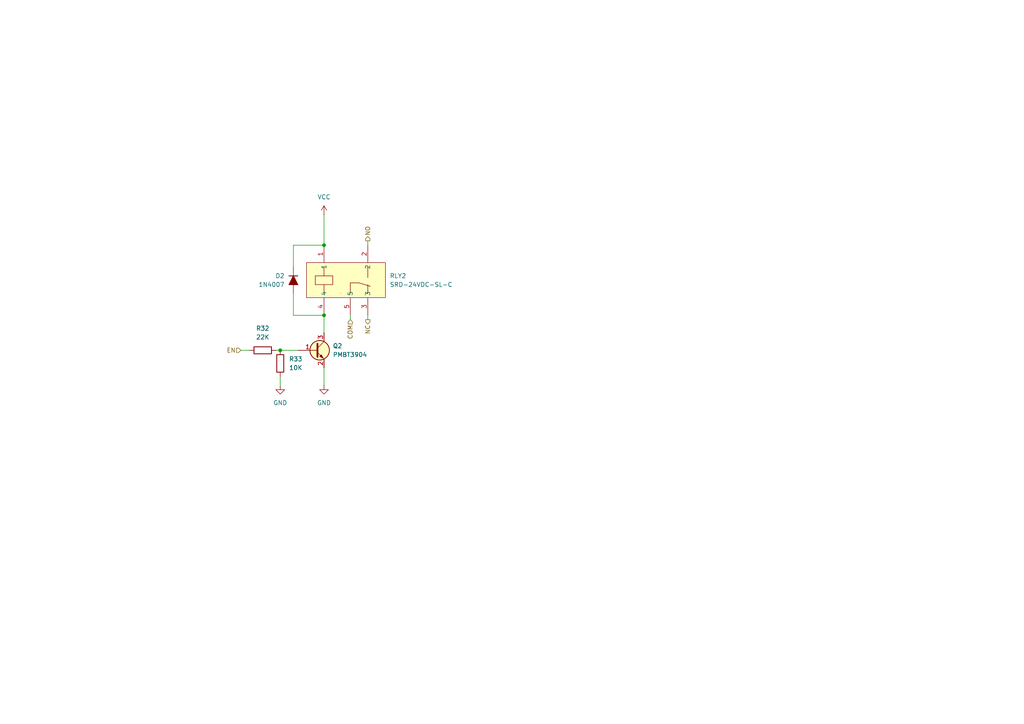
<source format=kicad_sch>
(kicad_sch (version 20250114) (generator "eeschema") (generator_version "9.0")
  (paper "A4")
  (lib_symbols
    (symbol "PCM_Diode_AKL:1N4007" (pin_numbers (hide yes)) (pin_names (offset 1.016) (hide yes))
      (property "Reference" "D" (at 0 5.08 0))
      (property "Value" "1N4007" (at 0 2.54 0))
      (symbol "1N4007_0_1"
        (polyline (pts (xy -1.27 1.27) (xy -1.27 -1.27) (xy 1.27 0) (xy -1.27 1.27)) (stroke (width 0.254)) (fill (type outline)))
        (polyline (pts (xy -1.27 0) (xy 1.27 0)))
        (polyline (pts (xy 1.27 1.27) (xy 1.27 -1.27)) (stroke (width 0.254)))
      )
      (symbol "1N4007_0_2"
        (polyline (pts (xy -2.54 -2.54) (xy 2.54 2.54)))
        (polyline (pts (xy -0.889 -0.889) (xy -1.778 0) (xy 0.889 0.889) (xy 0 -1.778) (xy -0.889 -0.889)) (stroke (width 0.254)) (fill (type outline)))
        (polyline (pts (xy 0 1.778) (xy 1.778 0)) (stroke (width 0.254)))
      )
      (symbol "1N4007_1_1"
        (pin passive line (at -3.81 0 0) (length 2.54) (name "A") (number "2"))
        (pin passive line (at 3.81 0 180) (length 2.54) (name "K") (number "1"))
      )
      (symbol "1N4007_1_2"
        (pin passive line (at -2.54 -2.54 0) (length 0) (name "A") (number "2"))
        (pin passive line (at 2.54 2.54 180) (length 0) (name "K") (number "1"))
      )
    )
    (symbol "PCM_Resistor_AKL:R_0603" (pin_numbers (hide yes)) (pin_names (offset 0))
      (property "Reference" "R" (at 2.54 1.27 0))
      (property "Value" "R_0603" (at 2.54 -1.27 0))
      (symbol "R_0603_0_1"
        (rectangle (start -1.016 2.54) (end 1.016 -2.54) (stroke (width 0.254)))
      )
      (symbol "R_0603_0_2"
        (polyline (pts (xy -2.54 -2.54) (xy -1.524 -1.524)))
        (polyline (pts (xy 1.524 1.524) (xy 2.54 2.54)))
        (polyline (pts (xy 1.524 1.524) (xy 0.889 2.159) (xy -2.159 -0.889) (xy -0.889 -2.159) (xy 2.159 0.889) (xy 1.524 1.524)) (stroke (width 0.254)))
      )
      (symbol "R_0603_1_1"
        (pin passive line (at 0 3.81 270) (length 1.27) (name "~") (number "1"))
        (pin passive line (at 0 -3.81 90) (length 1.27) (name "~") (number "2"))
      )
      (symbol "R_0603_1_2"
        (pin passive line (at -2.54 -2.54 0) (length 0) (name "") (number "2"))
        (pin passive line (at 2.54 2.54 180) (length 0) (name "") (number "1"))
      )
    )
    (symbol "PCM_Transistor_BJT_AKL:PMBT3904" (pin_names (hide yes))
      (property "Reference" "Q" (at 5.08 1.27 0))
      (property "Value" "PMBT3904" (at 5.08 -1.27 0))
      (symbol "PMBT3904_0_1"
        (polyline (pts (xy 0.635 1.905) (xy 0.635 -1.905) (xy 0.635 -1.905)) (stroke (width 0.508)))
        (polyline (pts (xy 0.635 0.635) (xy 2.54 2.54)))
        (polyline (pts (xy 0.635 -0.635) (xy 2.54 -2.54) (xy 2.54 -2.54)))
        (circle (center 1.27 0) (radius 2.8194) (stroke (width 0.254)) (fill (type background)))
        (polyline (pts (xy 1.27 -1.778) (xy 1.778 -1.27) (xy 2.286 -2.286) (xy 1.27 -1.778) (xy 1.27 -1.778)) (fill (type outline)))
      )
      (symbol "PMBT3904_1_1"
        (pin input line (at -5.08 0 0) (length 5.715) (name "B") (number "1"))
        (pin passive line (at 2.54 5.08 270) (length 2.54) (name "C") (number "3"))
        (pin passive line (at 2.54 -5.08 90) (length 2.54) (name "E") (number "2"))
      )
    )
    (symbol "easyeda2kicad:SRD-24VDC-SL-C"
      (property "Reference" "RLY" (at 0 11.43 0))
      (property "Value" "SRD-24VDC-SL-C" (at 0 -11.43 0))
      (symbol "SRD-24VDC-SL-C_0_1"
        (rectangle (start -5.08 11.43) (end 5.08 -11.43) (fill (type background)))
        (polyline (pts (xy -3.81 6.35) (xy -0.76 6.35)))
        (arc (start -3.81 6.1) (mid -3.81 6.1) (end -3.81 6.1))
        (polyline (pts (xy -3.81 -6.35) (xy -1.27 -6.35)))
        (arc (start -3.81 -6.6) (mid -3.81 -6.6) (end -3.81 -6.6))
        (polyline (pts (xy 0.76 3.81) (xy 1.78 7.11)))
        (polyline (pts (xy 1.27 -6.35) (xy 3.81 -6.35)))
        (polyline (pts (xy 1.27 -8.89) (xy -1.27 -8.89) (xy -1.27 -3.81) (xy 1.27 -3.81) (xy 1.27 -8.89)) (fill (type background)))
        (polyline (pts (xy 3.81 6.35) (xy 1.27 6.35)))
        (arc (start 3.81 6.1) (mid 3.81 6.1) (end 3.81 6.1))
        (polyline (pts (xy 3.81 1.27) (xy 0.76 1.27) (xy 0.76 3.81)))
        (arc (start 3.81 -1.52) (mid 3.81 -1.52) (end 3.81 -1.52))
        (arc (start 3.81 -6.6) (mid 3.81 -6.6) (end 3.81 -6.6))
        (pin input line (at -10.16 6.35 0) (length 5.08) (name "2") (number "2"))
        (pin input line (at -10.16 -6.35 0) (length 5.08) (name "1") (number "1"))
        (pin input line (at 10.16 6.35 180) (length 5.08) (name "3") (number "3"))
        (pin input line (at 10.16 1.27 180) (length 5.08) (name "5") (number "5"))
        (pin input line (at 10.16 -6.35 180) (length 5.08) (name "4") (number "4"))
      )
    )
    (symbol "power:GND" (power) (pin_numbers (hide yes)) (pin_names (offset 0) (hide yes))
      (property "Value" "GND" (at 0 -3.81 0))
      (symbol "GND_0_1"
        (polyline (pts (xy 0 0) (xy 0 -1.27) (xy 1.27 -1.27) (xy 0 -2.54) (xy -1.27 -1.27) (xy 0 -1.27)))
      )
      (symbol "GND_1_1"
        (pin power_in line (at 0 0 270) (length 0) (name "~") (number "1"))
      )
    )
    (symbol "power:VCC" (power) (pin_numbers (hide yes)) (pin_names (offset 0) (hide yes))
      (property "Value" "VCC" (at 0 3.556 0))
      (symbol "VCC_0_1"
        (polyline (pts (xy -0.762 1.27) (xy 0 2.54)))
        (polyline (pts (xy 0 2.54) (xy 0.762 1.27)))
        (polyline (pts (xy 0 0) (xy 0 2.54)))
      )
      (symbol "VCC_1_1"
        (pin power_in line (at 0 0 90) (length 0) (name "~") (number "1"))
      )
    )
  )
  (junction (at 93.98 91.44))
  (junction (at 81.28 101.6))
  (junction (at 93.98 71.12))
  (wire (pts (xy 85.09 77.47) (xy 85.09 71.12)))
  (wire (pts (xy 106.68 69.85) (xy 106.68 71.12)))
  (wire (pts (xy 93.98 91.44) (xy 93.98 96.52)))
  (wire (pts (xy 93.98 62.23) (xy 93.98 71.12)))
  (wire (pts (xy 85.09 71.12) (xy 93.98 71.12)))
  (wire (pts (xy 81.28 101.6) (xy 86.36 101.6)))
  (wire (pts (xy 85.09 85.09) (xy 85.09 91.44)))
  (wire (pts (xy 101.6 92.71) (xy 101.6 91.44)))
  (wire (pts (xy 69.85 101.6) (xy 72.39 101.6)))
  (wire (pts (xy 81.28 111.76) (xy 81.28 109.22)))
  (wire (pts (xy 106.68 92.71) (xy 106.68 91.44)))
  (wire (pts (xy 93.98 111.76) (xy 93.98 106.68)))
  (wire (pts (xy 85.09 91.44) (xy 93.98 91.44)))
  (wire (pts (xy 80.01 101.6) (xy 81.28 101.6)))
  (hierarchical_label "NC" (shape output) (at 106.68 92.71 270))
  (hierarchical_label "NO" (shape output) (at 106.68 69.85 90))
  (hierarchical_label "EN" (shape input) (at 69.85 101.6 180))
  (hierarchical_label "COM" (shape input) (at 101.6 92.71 270))
  (symbol (lib_id "easyeda2kicad:SRD-24VDC-SL-C") (at 100.33 81.28 270) (unit 1)
    (property "Reference" "RLY3" (at 113.03 80.0099 90) (effects (justify left)))
    (property "Value" "SRD-24VDC-SL-C" (at 113.03 82.5499 90) (effects (justify left)))
    (property "Footprint" "easyeda2kicad:RELAY-TH_SRD-XXVDC-XL-C" (effects (hide yes)))
    (property "Datasheet" "https://lcsc.com/product-detail/Relays_SRD-24VDC-SL-C_C15840.html" (effects (hide yes)))
    (property "LCSC Part" "C15840" (effects (hide yes)))
    (property "PART NUMBERT" "SRD-24VDC-SL-C" (effects (hide yes)))
    (instances (project "NIVARA" (path "" (reference "RLY2") (unit 1)) (path "" (reference "RLY3") (unit 1))))
  )
  (symbol (lib_id "PCM_Resistor_AKL:R_0603") (at 81.28 105.41 180) (unit 1)
    (property "Reference" "R44" (at 83.82 104.1399 0) (effects (justify right)))
    (property "Value" "10K" (at 83.82 106.6799 0) (effects (justify right)))
    (property "Footprint" "PCM_Resistor_SMD_AKL:R_0603_1608Metric" (effects (hide yes)))
    (property "Description" "SMD 0603 Chip Resistor, European Symbol, Alternate KiCad Library" (effects (hide yes)))
    (instances (project "NIVARA" (path "" (reference "R33") (unit 1)) (path "" (reference "R44") (unit 1))))
  )
  (symbol (lib_id "PCM_Resistor_AKL:R_0603") (at 76.2 101.6 90) (unit 1)
    (property "Reference" "R43" (at 76.2 95.25 90))
    (property "Value" "22K" (at 76.2 97.79 90))
    (property "Footprint" "PCM_Resistor_SMD_AKL:R_0603_1608Metric" (effects (hide yes)))
    (property "Description" "SMD 0603 Chip Resistor, European Symbol, Alternate KiCad Library" (effects (hide yes)))
    (property "PART NUMBERT" "RC0603FR-0722KL" (effects (hide yes)))
    (instances (project "NIVARA" (path "" (reference "R32") (unit 1)) (path "" (reference "R43") (unit 1))))
  )
  (symbol (lib_id "power:GND") (at 93.98 111.76 0) (unit 1)
    (property "Reference" "#PWR089" (effects (hide yes)))
    (property "Value" "GND" (at 93.98 116.84 0))
    (property "Description" "Power symbol creates a global label with name \"GND\" , ground" (effects (hide yes)))
    (instances (project "NIVARA" (path "" (reference "#PWR050") (unit 1)) (path "" (reference "#PWR089") (unit 1))))
  )
  (symbol (lib_id "PCM_Transistor_BJT_AKL:PMBT3904") (at 91.44 101.6 0) (unit 1)
    (property "Reference" "Q4" (at 96.52 100.3299 0) (effects (justify left)))
    (property "Value" "PMBT3904" (at 96.52 102.8699 0) (effects (justify left)))
    (property "Footprint" "PCM_Package_TO_SOT_SMD_AKL:SOT-23" (effects (hide yes)))
    (property "Datasheet" "https://www.tme.eu/Document/339ed4414f8eabc09410a6c08918f53a/PMBT3904.pdf" (effects (hide yes)))
    (property "Description" "NPN SOT-23 transistor, 40V, 200mA, 250mW, Alternate KiCAD Library" (effects (hide yes)))
    (property "PART NUMBERT" "PMBT3904,215" (effects (hide yes)))
    (instances (project "NIVARA" (path "" (reference "Q2") (unit 1)) (path "" (reference "Q4") (unit 1))))
  )
  (symbol (lib_id "power:GND") (at 81.28 111.76 0) (unit 1)
    (property "Reference" "#PWR087" (effects (hide yes)))
    (property "Value" "GND" (at 81.28 116.84 0))
    (property "Description" "Power symbol creates a global label with name \"GND\" , ground" (effects (hide yes)))
    (instances (project "NIVARA" (path "" (reference "#PWR048") (unit 1)) (path "" (reference "#PWR087") (unit 1))))
  )
  (symbol (lib_id "PCM_Diode_AKL:1N4007") (at 85.09 81.28 270) (mirror x) (unit 1)
    (property "Reference" "D3" (at 82.55 80.0099 90) (effects (justify right)))
    (property "Value" "1N4007" (at 82.55 82.5499 90) (effects (justify right)))
    (property "Footprint" "Diode_SMD:D_SOD-123F" (effects (hide yes)))
    (property "Datasheet" "https://www.tme.eu/Document/5f8ffc5ac30fc86bac97d66040bf5502/1n400x.pdf" (effects (hide yes)))
    (property "Description" "DO-41 Diode, Rectifier, 1000V, 1A, Alternate KiCad Library" (effects (hide yes)))
    (property "PART NUMBERT" "1N4007W 46MIL" (effects (hide yes)))
    (instances (project "NIVARA" (path "" (reference "D2") (unit 1)) (path "" (reference "D3") (unit 1))))
  )
  (symbol (lib_id "power:VCC") (at 93.98 62.23 0) (unit 1)
    (property "Reference" "#PWR088" (effects (hide yes)))
    (property "Value" "VCC" (at 93.98 57.15 0))
    (property "Description" "Power symbol creates a global label with name \"VCC\"" (effects (hide yes)))
    (instances (project "NIVARA" (path "" (reference "#PWR049") (unit 1)) (path "" (reference "#PWR088") (unit 1))))
  )
)
</source>
